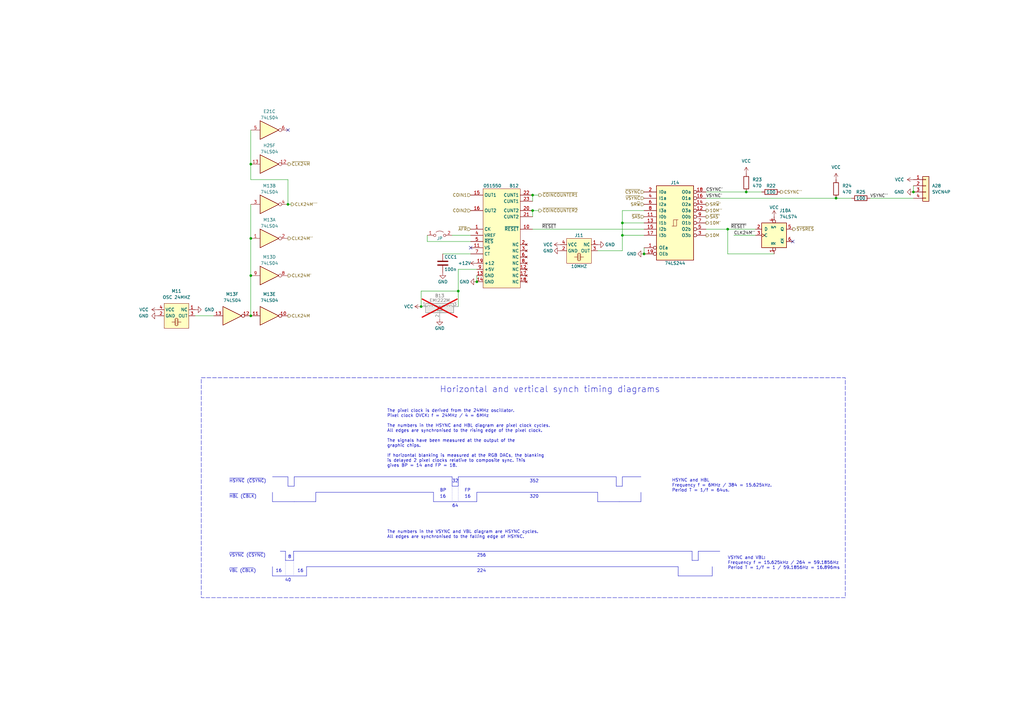
<source format=kicad_sch>
(kicad_sch (version 20230121) (generator eeschema)
  (paper "A3")
  (title_block (title "Gradius 3") (date "2024-04-11") (company "Konami GX945") (comment 1 "Ulf Skutnabba, twitter: @skutis77"))
  (lib_symbols
    (symbol "Connector_Generic:Conn_01x04" (pin_names (offset 1.016) hide)
      (property "Reference" "J" (at 0 5.08 0))
      (property "Value" "Conn_01x04" (at 0 -7.62 0))
      (symbol "Conn_01x04_1_1"
        (rectangle (start -1.27 -4.953) (end 0 -5.207) (stroke (width 0.1524)))
        (rectangle (start -1.27 -2.413) (end 0 -2.667) (stroke (width 0.1524)))
        (rectangle (start -1.27 0.127) (end 0 -0.127) (stroke (width 0.1524)))
        (rectangle (start -1.27 2.667) (end 0 2.413) (stroke (width 0.1524)))
        (rectangle (start -1.27 3.81) (end 1.27 -6.35) (stroke (width 0.254)) (fill (type background)))
        (pin passive line (at -5.08 2.54 0) (length 3.81) (name "Pin_1") (number "1"))
        (pin passive line (at -5.08 0 0) (length 3.81) (name "Pin_2") (number "2"))
        (pin passive line (at -5.08 -2.54 0) (length 3.81) (name "Pin_3") (number "3"))
        (pin passive line (at -5.08 -5.08 0) (length 3.81) (name "Pin_4") (number "4"))
      )
    )
    (symbol "Device:C" (pin_numbers hide) (pin_names (offset 0.254))
      (property "Reference" "C" (at 0.635 2.54 0))
      (property "Value" "C" (at 0.635 -2.54 0))
      (symbol "C_0_1"
        (polyline (pts (xy -2.032 -0.762) (xy 2.032 -0.762)) (stroke (width 0.508)))
        (polyline (pts (xy -2.032 0.762) (xy 2.032 0.762)) (stroke (width 0.508)))
      )
      (symbol "C_1_1"
        (pin passive line (at 0 3.81 270) (length 2.794) (name "~") (number "1"))
        (pin passive line (at 0 -3.81 90) (length 2.794) (name "~") (number "2"))
      )
    )
    (symbol "Device:Filter_EMI_LCL" (pin_names (offset 0.254) hide)
      (property "Reference" "FL" (at 0 6.985 0))
      (property "Value" "Filter_EMI_LCL" (at 0 5.08 0))
      (symbol "Filter_EMI_LCL_0_1"
        (rectangle (start -5.715 3.81) (end 5.715 0) (stroke (width 0.254)) (fill (type background)))
        (arc (start -4.064 2.54) (mid -4.572 3.0458) (end -5.08 2.54))
        (arc (start -3.048 2.54) (mid -3.556 3.0458) (end -4.064 2.54))
        (arc (start -2.032 2.54) (mid -2.54 3.0458) (end -3.048 2.54))
        (rectangle (start -1.016 0.762) (end 1.016 1.016) (fill (type outline)))
        (arc (start -1.016 2.54) (mid -1.524 3.0458) (end -2.032 2.54))
        (polyline (pts (xy -1.016 2.54) (xy 1.016 2.54)))
        (polyline (pts (xy 0 0.762) (xy 0 0)))
        (polyline (pts (xy 0 2.54) (xy 0 1.778)))
        (circle (center 0 2.54) (radius 0.254) (fill (type outline)))
        (rectangle (start 1.016 1.524) (end -1.016 1.778) (fill (type outline)))
        (arc (start 2.032 2.54) (mid 1.524 3.0458) (end 1.016 2.54))
        (arc (start 3.048 2.54) (mid 2.54 3.0458) (end 2.032 2.54))
        (arc (start 4.064 2.54) (mid 3.556 3.0458) (end 3.048 2.54))
        (arc (start 5.08 2.54) (mid 4.572 3.0458) (end 4.064 2.54))
      )
      (symbol "Filter_EMI_LCL_1_1"
        (pin passive line (at -7.62 2.54 0) (length 2.54) (name "1") (number "1"))
        (pin passive line (at 0 -2.54 90) (length 2.54) (name "2") (number "2"))
        (pin passive line (at 7.62 2.54 180) (length 2.54) (name "3") (number "3"))
      )
    )
    (symbol "Device:R" (pin_numbers hide) (pin_names (offset 0))
      (property "Reference" "R" (at 2.032 0 90))
      (property "Value" "R" (at 0 0 90))
      (symbol "R_0_1"
        (rectangle (start -1.016 -2.54) (end 1.016 2.54) (stroke (width 0.254)))
      )
      (symbol "R_1_1"
        (pin passive line (at 0 3.81 270) (length 1.27) (name "~") (number "1"))
        (pin passive line (at 0 -3.81 90) (length 1.27) (name "~") (number "2"))
      )
    )
    (symbol "Jumper:Jumper_2_Open" (pin_names (offset 0) hide)
      (property "Reference" "JP" (at 0 2.794 0))
      (property "Value" "Jumper_2_Open" (at 0 -2.286 0))
      (symbol "Jumper_2_Open_0_0"
        (circle (center -2.032 0) (radius 0.508))
        (circle (center 2.032 0) (radius 0.508))
      )
      (symbol "Jumper_2_Open_0_1"
        (arc (start 1.524 1.27) (mid 0 1.778) (end -1.524 1.27))
      )
      (symbol "Jumper_2_Open_1_1"
        (pin passive line (at -5.08 0 0) (length 2.54) (name "A") (number "1"))
        (pin passive line (at 5.08 0 180) (length 2.54) (name "B") (number "2"))
      )
    )
    (symbol "arcade:OSC-DIP4"
      (property "Reference" "U" (at 0 8.89 0))
      (property "Value" "OSC-DIP4" (at 0 6.35 0))
      (symbol "OSC-DIP4_0_1"
        (rectangle (start -5.08 5.08) (end 5.08 -5.08) (fill (type background)))
        (polyline (pts (xy 0.635 -2.54) (xy 1.905 -2.54)))
        (polyline (pts (xy 0.635 -1.27) (xy 0.635 -3.81)))
        (polyline (pts (xy -1.905 -2.54) (xy -0.635 -2.54) (xy -0.635 -1.27) (xy -0.635 -2.54) (xy -0.635 -3.81)))
        (polyline (pts (xy -0.381 -1.016) (xy -0.381 -4.064) (xy 0.381 -4.064) (xy 0.381 -1.016) (xy -0.381 -1.016)))
      )
      (symbol "OSC-DIP4_1_1"
        (pin passive line (at 7.62 2.54 180) (length 2.54) (name "NC") (number "1"))
        (pin power_in line (at -7.62 0 0) (length 2.54) (name "GND") (number "2"))
        (pin output line (at 7.62 0 180) (length 2.54) (name "OUT") (number "3"))
        (pin power_in line (at -7.62 2.54 0) (length 2.54) (name "VCC") (number "4"))
      )
    )
    (symbol "jt74:74LS04" (pin_names (offset 1.016))
      (property "Reference" "U" (at 0 1.27 0))
      (property "Value" "74LS04" (at 0 -1.27 0))
      (symbol "74LS04_1_0"
        (polyline (pts (xy -3.81 3.81) (xy -3.81 -3.81) (xy 3.81 0) (xy -3.81 3.81)) (stroke (width 0.254)) (fill (type background)))
        (pin input line (at -7.62 0 0) (length 3.81) (name "~") (number "1"))
        (pin output inverted (at 7.62 0 180) (length 3.81) (name "~") (number "2"))
      )
      (symbol "74LS04_2_0"
        (polyline (pts (xy -3.81 3.81) (xy -3.81 -3.81) (xy 3.81 0) (xy -3.81 3.81)) (stroke (width 0.254)) (fill (type background)))
        (pin input line (at -7.62 0 0) (length 3.81) (name "~") (number "3"))
        (pin output inverted (at 7.62 0 180) (length 3.81) (name "~") (number "4"))
      )
      (symbol "74LS04_3_0"
        (polyline (pts (xy -3.81 3.81) (xy -3.81 -3.81) (xy 3.81 0) (xy -3.81 3.81)) (stroke (width 0.254)) (fill (type background)))
        (pin input line (at -7.62 0 0) (length 3.81) (name "~") (number "5"))
        (pin output inverted (at 7.62 0 180) (length 3.81) (name "~") (number "6"))
      )
      (symbol "74LS04_4_0"
        (polyline (pts (xy -3.81 3.81) (xy -3.81 -3.81) (xy 3.81 0) (xy -3.81 3.81)) (stroke (width 0.254)) (fill (type background)))
        (pin output inverted (at 7.62 0 180) (length 3.81) (name "~") (number "8"))
        (pin input line (at -7.62 0 0) (length 3.81) (name "~") (number "9"))
      )
      (symbol "74LS04_5_0"
        (polyline (pts (xy -3.81 3.81) (xy -3.81 -3.81) (xy 3.81 0) (xy -3.81 3.81)) (stroke (width 0.254)) (fill (type background)))
        (pin output inverted (at 7.62 0 180) (length 3.81) (name "~") (number "10"))
        (pin input line (at -7.62 0 0) (length 3.81) (name "~") (number "11"))
      )
      (symbol "74LS04_6_0"
        (polyline (pts (xy -3.81 3.81) (xy -3.81 -3.81) (xy 3.81 0) (xy -3.81 3.81)) (stroke (width 0.254)) (fill (type background)))
        (pin output inverted (at 7.62 0 180) (length 3.81) (name "~") (number "12"))
        (pin input line (at -7.62 0 0) (length 3.81) (name "~") (number "13"))
      )
      (symbol "74LS04_7_0"
        (pin power_in line (at 0 7.62 270) (length 5.08) hide (name "VCC") (number "14"))
        (pin power_in line (at 0 -7.62 90) (length 5.08) hide (name "VSS") (number "7"))
      )
      (symbol "74LS04_7_1"
        (rectangle (start -5.08 7.62) (end 5.08 -7.62) (stroke (width 0.254)) (fill (type background)))
      )
    )
    (symbol "jt74:74LS244" (pin_names (offset 1.016))
      (property "Reference" "U" (at -7.62 16.51 0))
      (property "Value" "74LS244" (at -7.62 -16.51 0))
      (symbol "74LS244_1_0"
        (polyline (pts (xy -0.635 -1.27) (xy -0.635 1.27) (xy 0.635 1.27)))
        (polyline (pts (xy -1.27 -1.27) (xy 0.635 -1.27) (xy 0.635 1.27) (xy 1.27 1.27)))
        (pin input inverted (at -12.7 -10.16 0) (length 5.08) (name "OEa") (number "1"))
        (pin power_in line (at 0 -15.24 90) (length 5.08) hide (name "VSS") (number "10"))
        (pin input line (at -12.7 2.54 0) (length 5.08) (name "I0b") (number "11"))
        (pin tri_state inverted (at 12.7 5.08 180) (length 5.08) (name "O3a") (number "12"))
        (pin input line (at -12.7 0 0) (length 5.08) (name "I1b") (number "13"))
        (pin tri_state inverted (at 12.7 7.62 180) (length 5.08) (name "O2a") (number "14"))
        (pin input line (at -12.7 -2.54 0) (length 5.08) (name "I2b") (number "15"))
        (pin tri_state inverted (at 12.7 10.16 180) (length 5.08) (name "O1a") (number "16"))
        (pin input line (at -12.7 -5.08 0) (length 5.08) (name "I3b") (number "17"))
        (pin tri_state inverted (at 12.7 12.7 180) (length 5.08) (name "O0a") (number "18"))
        (pin input inverted (at -12.7 -12.7 0) (length 5.08) (name "OEb") (number "19"))
        (pin input line (at -12.7 12.7 0) (length 5.08) (name "I0a") (number "2"))
        (pin power_in line (at 0 15.24 270) (length 5.08) hide (name "VCC") (number "20"))
        (pin tri_state inverted (at 12.7 -5.08 180) (length 5.08) (name "O3b") (number "3"))
        (pin input line (at -12.7 10.16 0) (length 5.08) (name "I1a") (number "4"))
        (pin tri_state inverted (at 12.7 -2.54 180) (length 5.08) (name "O2b") (number "5"))
        (pin input line (at -12.7 7.62 0) (length 5.08) (name "I2a") (number "6"))
        (pin tri_state inverted (at 12.7 0 180) (length 5.08) (name "O1b") (number "7"))
        (pin input line (at -12.7 5.08 0) (length 5.08) (name "I3a") (number "8"))
        (pin tri_state inverted (at 12.7 2.54 180) (length 5.08) (name "O0b") (number "9"))
      )
      (symbol "74LS244_1_1"
        (rectangle (start -7.62 15.24) (end 7.62 -15.24) (stroke (width 0.254)) (fill (type background)))
      )
    )
    (symbol "jt74:74LS74" (pin_names (offset 1.016))
      (property "Reference" "U" (at 3.81 5.08 0))
      (property "Value" "74LS74" (at 0 0 0))
      (symbol "74LS74_1_0"
        (pin input inverted (at 0 -7.62 90) (length 2.54) (name "~{R}") (number "1"))
        (pin input line (at -7.62 2.54 0) (length 2.54) (name "D") (number "2"))
        (pin input clock (at -7.62 0 0) (length 2.54) (name "C") (number "3"))
        (pin input inverted (at 0 7.62 270) (length 2.54) (name "~{S}") (number "4"))
        (pin output line (at 7.62 2.54 180) (length 2.54) (name "Q") (number "5"))
        (pin output line (at 7.62 -2.54 180) (length 2.54) (name "~{Q}") (number "6"))
      )
      (symbol "74LS74_1_1"
        (rectangle (start -5.08 5.08) (end 5.08 -5.08) (stroke (width 0.254)) (fill (type background)))
      )
      (symbol "74LS74_2_0"
        (pin input clock (at -7.62 0 0) (length 2.54) (name "C") (number "11"))
        (pin input line (at -7.62 2.54 0) (length 2.54) (name "D") (number "12"))
        (pin input line (at 0 -7.62 90) (length 2.54) (name "~{R}") (number "13"))
        (pin output inverted (at 7.62 -2.54 180) (length 2.54) (name "~{Q}") (number "8"))
        (pin output line (at 7.62 2.54 180) (length 2.54) (name "Q") (number "9"))
      )
      (symbol "74LS74_2_1"
        (rectangle (start -5.08 5.08) (end 5.08 -5.08) (stroke (width 0.254)) (fill (type background)))
        (pin input line (at 0 7.62 270) (length 2.54) (name "~{S}") (number "10"))
      )
      (symbol "74LS74_3_0"
        (pin power_in line (at 0 7.62 270) (length 2.54) hide (name "VCC") (number "14"))
        (pin power_in line (at 0 -7.62 90) (length 2.54) hide (name "VSS") (number "7"))
      )
      (symbol "74LS74_3_1"
        (rectangle (start -5.08 7.62) (end 5.08 -7.62) (stroke (width 0.254)) (fill (type background)))
      )
    )
    (symbol "konami:051550_ALT"
      (property "Reference" "U" (at 5.08 21.59 0))
      (property "Value" "051550" (at -3.81 21.59 0))
      (symbol "051550_ALT_0_1"
        (rectangle (start -7.62 20.32) (end 7.62 -20.32) (fill (type background)))
      )
      (symbol "051550_ALT_1_1"
        (pin input line (at -12.7 3.81 0) (length 5.08) (name "CK") (number "1"))
        (pin output line (at 12.7 3.81 180) (length 5.08) (name "~{RESET}") (number "10"))
        (pin input line (at -12.7 -3.81 0) (length 5.08) (name "VS") (number "11"))
        (pin no_connect line (at 10.16 -12.7 180) (length 2.54) (name "NC") (number "12"))
        (pin power_in line (at -10.16 -15.24 0) (length 2.54) (name "GND") (number "13"))
        (pin power_in line (at -10.16 -17.78 0) (length 2.54) (name "GND") (number "14"))
        (pin input line (at -12.7 17.78 0) (length 5.08) (name "OUT1") (number "15"))
        (pin input line (at -12.7 11.43 0) (length 5.08) (name "OUT2") (number "16"))
        (pin no_connect line (at 10.16 -15.24 180) (length 2.54) (name "NC") (number "17"))
        (pin no_connect line (at 10.16 -17.78 180) (length 2.54) (name "NC") (number "18"))
        (pin power_in line (at -10.16 -10.16 0) (length 2.54) (name "+12") (number "19"))
        (pin no_connect line (at 10.16 -2.54 180) (length 2.54) (name "NC") (number "2"))
        (pin open_collector line (at 12.7 11.43 180) (length 5.08) (name "CUNT2") (number "20"))
        (pin open_collector line (at 12.7 8.89 180) (length 5.08) (name "CUNT2") (number "21"))
        (pin open_collector line (at 12.7 17.78 180) (length 5.08) (name "CUNT1") (number "22"))
        (pin open_collector line (at 12.7 15.24 180) (length 5.08) (name "CUNT1") (number "23"))
        (pin no_connect line (at 10.16 -5.08 180) (length 2.54) (name "NC") (number "3"))
        (pin input line (at -12.7 1.27 0) (length 5.08) (name "VREF") (number "4"))
        (pin input line (at -12.7 -1.27 0) (length 5.08) (name "~{RES}") (number "5"))
        (pin no_connect line (at 10.16 -7.62 180) (length 2.54) (name "NC") (number "6"))
        (pin input line (at -12.7 -6.35 0) (length 5.08) (name "CT") (number "7"))
        (pin no_connect line (at 10.16 -10.16 180) (length 2.54) (name "NC") (number "8"))
        (pin power_in line (at -10.16 -12.7 0) (length 2.54) (name "+5V") (number "9"))
      )
    )
    (symbol "power:+12V" (power) (pin_names (offset 0))
      (property "Value" "+12V" (at 0 3.556 0))
      (symbol "+12V_0_1"
        (polyline (pts (xy -0.762 1.27) (xy 0 2.54)))
        (polyline (pts (xy 0 0) (xy 0 2.54)))
        (polyline (pts (xy 0 2.54) (xy 0.762 1.27)))
      )
      (symbol "+12V_1_1"
        (pin power_in line (at 0 0 90) (length 0) hide (name "+12V") (number "1"))
      )
    )
    (symbol "power:GND" (power) (pin_names (offset 0))
      (property "Value" "GND" (at 0 -3.81 0))
      (symbol "GND_0_1"
        (polyline (pts (xy 0 0) (xy 0 -1.27) (xy 1.27 -1.27) (xy 0 -2.54) (xy -1.27 -1.27) (xy 0 -1.27)))
      )
      (symbol "GND_1_1"
        (pin power_in line (at 0 0 270) (length 0) hide (name "GND") (number "1"))
      )
    )
    (symbol "power:VCC" (power) (pin_names (offset 0))
      (property "Value" "VCC" (at 0 3.81 0))
      (symbol "VCC_0_1"
        (polyline (pts (xy -0.762 1.27) (xy 0 2.54)))
        (polyline (pts (xy 0 0) (xy 0 2.54)))
        (polyline (pts (xy 0 2.54) (xy 0.762 1.27)))
      )
      (symbol "VCC_1_1"
        (pin power_in line (at 0 0 90) (length 0) hide (name "VCC") (number "1"))
      )
    )
  )
  (junction (at 374.65 78.74))
  (junction (at 264.16 104.14))
  (junction (at 298.45 93.98))
  (junction (at 342.9 81.28))
  (junction (at 102.87 113.03))
  (junction (at 218.44 86.36))
  (junction (at 218.44 80.01))
  (junction (at 118.11 83.82))
  (junction (at 102.87 97.79))
  (junction (at 102.87 129.54))
  (junction (at 172.72 125.73))
  (junction (at 306.07 78.74))
  (junction (at 255.27 91.44))
  (junction (at 255.27 96.52))
  (junction (at 102.87 67.31))
  (junction (at 195.58 115.57))
  (junction (at 187.96 119.38))
  (no_connect (at 325.12 99.06))
  (no_connect (at 193.04 101.6))
  (no_connect (at 118.11 53.34))
  (polyline (pts (xy 125.73 236.22) (xy 125.73 232.41)))
  (polyline (pts (xy 111.76 195.58) (xy 118.11 195.58)))
  (polyline (pts (xy 120.65 199.39) (xy 120.65 195.58)))
  (wire (pts (xy 118.11 73.66) (xy 102.87 73.66)))
  (wire (pts (xy 264.16 91.44) (xy 255.27 91.44)))
  (wire (pts (xy 185.42 96.52) (xy 193.04 96.52)))
  (wire (pts (xy 255.27 86.36) (xy 255.27 91.44)))
  (wire (pts (xy 102.87 83.82) (xy 102.87 97.79)))
  (polyline (pts (xy 245.11 205.74) (xy 245.11 201.93)))
  (polyline (pts (xy 111.76 236.22) (xy 125.73 236.22)))
  (wire (pts (xy 298.45 93.98) (xy 289.56 93.98)))
  (polyline (pts (xy 252.73 199.39) (xy 255.27 199.39)))
  (wire (pts (xy 102.87 113.03) (xy 102.87 129.54)))
  (wire (pts (xy 172.72 119.38) (xy 187.96 119.38)))
  (wire (pts (xy 181.61 104.14) (xy 193.04 104.14)))
  (wire (pts (xy 317.5 104.14) (xy 298.45 104.14)))
  (polyline (pts (xy 177.8 205.74) (xy 186.69 205.74)))
  (polyline (pts (xy 187.96 195.58) (xy 252.73 195.58)))
  (wire (pts (xy 187.96 110.49) (xy 195.58 110.49)))
  (wire (pts (xy 102.87 53.34) (xy 102.87 67.31)))
  (wire (pts (xy 255.27 96.52) (xy 264.16 96.52)))
  (polyline (pts (xy 111.76 236.22) (xy 111.76 232.41)))
  (wire (pts (xy 218.44 86.36) (xy 218.44 88.9)))
  (wire (pts (xy 187.96 119.38) (xy 187.96 125.73)))
  (polyline (pts (xy 278.13 236.22) (xy 292.1 236.22)))
  (wire (pts (xy 102.87 97.79) (xy 102.87 113.03)))
  (polyline (pts (xy 283.845 229.87) (xy 286.385 229.87)))
  (wire (pts (xy 218.44 93.98) (xy 264.16 93.98)))
  (polyline (pts (xy 125.73 232.41) (xy 278.13 232.41)))
  (wire (pts (xy 374.65 76.2) (xy 374.65 78.74)))
  (polyline (pts (xy 120.396 229.87) (xy 120.396 236.22)) (stroke (width 0) (type dot)))
  (wire (pts (xy 218.44 86.36) (xy 220.98 86.36)))
  (wire (pts (xy 218.44 80.01) (xy 220.98 80.01)))
  (polyline (pts (xy 186.69 205.74) (xy 195.58 205.74)))
  (wire (pts (xy 356.87 81.28) (xy 374.65 81.28)))
  (polyline (pts (xy 120.396 229.87) (xy 120.396 226.06)))
  (polyline (pts (xy 185.42 199.39) (xy 185.42 195.58)))
  (polyline (pts (xy 283.845 229.87) (xy 283.845 226.06)))
  (polyline (pts (xy 286.385 226.06) (xy 295.275 226.06)))
  (polyline (pts (xy 195.58 201.93) (xy 245.11 201.93)))
  (polyline (pts (xy 292.1 236.22) (xy 292.1 232.41)))
  (wire (pts (xy 306.07 78.74) (xy 312.42 78.74)))
  (wire (pts (xy 195.58 113.03) (xy 195.58 115.57)))
  (wire (pts (xy 298.45 104.14) (xy 298.45 93.98)))
  (polyline (pts (xy 129.54 205.74) (xy 129.54 201.93)))
  (polyline (pts (xy 185.42 199.39) (xy 187.96 199.39)))
  (wire (pts (xy 175.26 99.06) (xy 175.26 96.52)))
  (wire (pts (xy 119.38 83.82) (xy 118.11 83.82)))
  (polyline (pts (xy 117.094 229.87) (xy 120.396 229.87)))
  (wire (pts (xy 264.16 86.36) (xy 255.27 86.36)))
  (polyline (pts (xy 111.76 205.74) (xy 120.65 205.74)))
  (wire (pts (xy 118.11 83.82) (xy 118.11 73.66)))
  (polyline (pts (xy 117.094 229.87) (xy 117.094 236.22)) (stroke (width 0) (type dot)))
  (polyline (pts (xy 185.42 199.39) (xy 185.42 205.74)) (stroke (width 0) (type dot)))
  (wire (pts (xy 300.99 96.52) (xy 309.88 96.52)))
  (polyline (pts (xy 118.11 199.39) (xy 118.11 195.58)))
  (polyline (pts (xy 278.13 236.22) (xy 278.13 232.41)))
  (polyline (pts (xy 120.65 205.74) (xy 129.54 205.74)))
  (wire (pts (xy 255.27 91.44) (xy 255.27 96.52)))
  (wire (pts (xy 264.16 101.6) (xy 264.16 104.14)))
  (polyline (pts (xy 120.396 226.06) (xy 283.845 226.06)))
  (polyline (pts (xy 195.58 205.74) (xy 195.58 201.93)))
  (wire (pts (xy 342.9 81.28) (xy 349.25 81.28)))
  (wire (pts (xy 289.56 78.74) (xy 306.07 78.74)))
  (wire (pts (xy 102.87 73.66) (xy 102.87 67.31)))
  (wire (pts (xy 245.11 102.87) (xy 255.27 102.87)))
  (polyline (pts (xy 187.96 199.39) (xy 187.96 205.74)) (stroke (width 0) (type dot)))
  (wire (pts (xy 298.45 93.98) (xy 309.88 93.98)))
  (polyline (pts (xy 286.385 229.87) (xy 286.385 226.06)))
  (wire (pts (xy 193.04 99.06) (xy 175.26 99.06)))
  (polyline (pts (xy 255.27 195.58) (xy 262.89 195.58)))
  (wire (pts (xy 289.56 81.28) (xy 342.9 81.28)))
  (polyline (pts (xy 254 205.74) (xy 262.89 205.74)))
  (polyline (pts (xy 120.65 195.58) (xy 185.42 195.58)))
  (wire (pts (xy 218.44 80.01) (xy 218.44 82.55)))
  (polyline (pts (xy 117.094 229.87) (xy 117.094 226.06)))
  (polyline (pts (xy 114.935 226.06) (xy 117.094 226.06)))
  (wire (pts (xy 172.72 125.73) (xy 172.72 119.38)))
  (polyline (pts (xy 111.76 205.74) (xy 111.76 201.93)))
  (polyline (pts (xy 255.27 199.39) (xy 255.27 195.58)))
  (wire (pts (xy 80.01 129.54) (xy 87.63 129.54)))
  (polyline (pts (xy 187.96 199.39) (xy 187.96 195.58)))
  (polyline (pts (xy 252.73 199.39) (xy 252.73 195.58)))
  (wire (pts (xy 187.96 110.49) (xy 187.96 119.38)))
  (polyline (pts (xy 118.11 199.39) (xy 120.65 199.39)))
  (polyline (pts (xy 245.11 205.74) (xy 254 205.74)))
  (polyline (pts (xy 129.54 201.93) (xy 177.8 201.93)))
  (polyline (pts (xy 177.8 205.74) (xy 177.8 201.93)))
  (polyline (pts (xy 262.89 205.74) (xy 262.89 201.93)))
  (wire (pts (xy 255.27 102.87) (xy 255.27 96.52)))
  (rectangle (start 82.55 154.94) (end 346.71 245.11) (stroke (width 0) (type dash)))
  (text "FP" (at 190.5 201.93 0) (effects (font (size 1.27 1.27)) (justify left bottom)))
  (text "16" (at 113.03 234.95 0) (effects (font (size 1.27 1.27)) (justify left bottom)))
  (text "256" (at 195.58 228.6 0) (effects (font (size 1.27 1.27)) (justify left bottom)))
  (text "16" (at 180.34 204.47 0) (effects (font (size 1.27 1.27)) (justify left bottom)))
  (text "~{VSYNC} (~{CSYNC})" (at 93.98 228.6 0) (effects (font (size 1.27 1.27)) (justify left bottom)))
  (text "352" (at 217.17 198.12 0) (effects (font (size 1.27 1.27)) (justify left bottom)))
  (text "8" (at 118.11 229.235 0) (effects (font (size 1.27 1.27)) (justify left bottom)))
  (text "~{VBL} (~{CBLK})" (at 93.98 234.95 0) (effects (font (size 1.27 1.27)) (justify left bottom)))
  (text "The numbers in the VSYNC and VBL diagram are HSYNC cycles.\nAll edges are synchronised to the falling edge of HSYNC." (at 158.75 220.98 0) (effects (font (size 1.27 1.27)) (justify left bottom)))
  (text "~{HBL} (~{CBLK})" (at 93.98 204.47 0) (effects (font (size 1.27 1.27)) (justify left bottom)))
  (text "224" (at 195.58 234.95 0) (effects (font (size 1.27 1.27)) (justify left bottom)))
  (text "HSYNC and HBL\nFrequency f = 6MHz / 384 = 15.625kHz.\nPeriod T = 1/f = 64us." (at 275.59 201.93 0) (effects (font (size 1.27 1.27)) (justify left bottom)))
  (text "64" (at 185.42 208.28 0) (effects (font (size 1.27 1.27)) (justify left bottom)))
  (text "16" (at 121.92 234.95 0) (effects (font (size 1.27 1.27)) (justify left bottom)))
  (text "VSYNC and VBL:\nFrequency f = 15.625kHz / 264 = 59.1856Hz\nPeriod T = 1/f = 1 / 59.1856Hz = 16.896ms" (at 298.45 233.68 0) (effects (font (size 1.27 1.27)) (justify left bottom)))
  (text "320" (at 217.17 204.47 0) (effects (font (size 1.27 1.27)) (justify left bottom)))
  (text "The pixel clock is derived from the 24MHz oscillator.\nPixel clock OVCK: f = 24MHz / 4 = 6MHz\n\nThe numbers in the HSYNC and HBL diagram are pixel clock cycles.\nAll edges are synchronised to the rising edge of the pixel clock.\n\nThe signals have been measured at the output of the \ngraphic chips.\n\nIf horizontal blanking is measured at the RGB DACs, the blanking\nis delayed 2 pixel clocks relative to composite sync. This\ngives BP = 14 and FP = 18." (at 158.75 191.77 0) (effects (font (size 1.27 1.27)) (justify left bottom)))
  (text "~{HSYNC} (~{CSYNC})" (at 93.98 198.12 0) (effects (font (size 1.27 1.27)) (justify left bottom)))
  (text "BP" (at 180.34 201.93 0) (effects (font (size 1.27 1.27)) (justify left bottom)))
  (text "40" (at 116.84 238.76 0) (effects (font (size 1.27 1.27)) (justify left bottom)))
  (text "16" (at 190.5 204.47 0) (effects (font (size 1.27 1.27)) (justify left bottom)))
  (text "32" (at 185.42 198.12 0) (effects (font (size 1.27 1.27)) (justify left bottom)))
  (text "Horizontal and vertical synch timing diagrams" (at 180.34 161.29 0) (effects (font (size 2.54 2.54)) (justify left bottom)))
  (label "VSYNC'" (at 289.56 81.28 0))
  (label "CLK24M''" (at 300.99 96.52 0))
  (label "~{RESET'}" (at 299.72 93.98 0))
  (label "VSYNC''" (at 356.87 81.28 0))
  (label "~{RESET}" (at 222.25 93.98 0))
  (label "CSYNC'" (at 289.56 78.74 0))
  (hierarchical_label "SR~{W}" (shape input) (at 264.16 83.82 180))
  (hierarchical_label "~{CSYNC}" (shape input) (at 264.16 78.74 180))
  (hierarchical_label "~{SAS'}" (shape output) (at 289.56 88.9 0))
  (hierarchical_label "~{VSYNC}" (shape input) (at 264.16 81.28 180))
  (hierarchical_label "CLK24M" (shape output) (at 118.11 129.54 0))
  (hierarchical_label "SR~{W}'" (shape output) (at 289.56 83.82 0))
  (hierarchical_label "CSYNC''" (shape output) (at 320.04 78.74 0))
  (hierarchical_label "~{SYSRES}" (shape output) (at 325.12 93.98 0))
  (hierarchical_label "10M'" (shape output) (at 289.56 91.44 0))
  (hierarchical_label "~{SAS}" (shape input) (at 264.16 88.9 180))
  (hierarchical_label "~{COINCOUNTER2}" (shape output) (at 220.98 86.36 0))
  (hierarchical_label "CLK24M'" (shape output) (at 118.11 113.03 0))
  (hierarchical_label "~{AFR}" (shape input) (at 193.04 93.98 180))
  (hierarchical_label "~{CLK24M}" (shape output) (at 118.11 67.31 0))
  (hierarchical_label "COIN1" (shape input) (at 193.04 80.01 180))
  (hierarchical_label "CLK24M'''" (shape output) (at 119.38 83.82 0))
  (hierarchical_label "10M" (shape output) (at 289.56 96.52 0))
  (hierarchical_label "~{COINCOUNTER1}" (shape output) (at 220.98 80.01 0))
  (hierarchical_label "COIN2" (shape input) (at 193.04 86.36 180))
  (hierarchical_label "10M''" (shape output) (at 289.56 86.36 0))
  (hierarchical_label "CLK24M''" (shape output) (at 118.11 97.79 0))
  (symbol (lib_id "jt74:74LS04") (at 110.49 129.54 0) (unit 5)
    (property "Reference" "M13" (at 110.49 120.65 0))
    (property "Value" "74LS04" (at 110.49 123.19 0))
    (property "Datasheet" "http://www.ti.com/lit/gpn/sn74LS04" (effects hide))
  )
  (symbol (lib_id "power:GND") (at 245.11 100.33 90) (unit 1)
    (property "Reference" "#PWR085" (effects hide))
    (property "Value" "GND" (at 250.19 100.33 90))
  )
  (symbol (lib_id "power:VCC") (at 229.87 100.33 90) (unit 1)
    (property "Reference" "#PWR083" (effects hide))
    (property "Value" "VCC" (at 224.79 100.33 90))
  )
  (symbol (lib_id "power:VCC") (at 374.65 73.66 90) (unit 1)
    (property "Reference" "#PWR0238" (effects hide))
    (property "Value" "VCC" (at 370.84 73.66 90) (effects (justify left)))
  )
  (symbol (lib_id "power:GND") (at 374.65 78.74 270) (unit 1)
    (property "Reference" "#PWR0239" (effects hide))
    (property "Value" "GND" (at 370.84 78.74 90) (effects (justify right)))
  )
  (symbol (lib_id "power:GND") (at 195.58 115.57 270) (unit 1)
    (property "Reference" "#PWR082" (effects hide))
    (property "Value" "GND" (at 190.5 115.57 90))
  )
  (symbol (lib_id "power:GND") (at 264.16 104.14 270) (unit 1)
    (property "Reference" "#PWR086" (effects hide))
    (property "Value" "GND" (at 259.08 104.14 90))
  )
  (symbol (lib_id "Device:R") (at 342.9 77.47 0) (unit 1)
    (property "Reference" "R24" (at 345.44 76.2 0) (effects (justify left)))
    (property "Value" "470" (at 345.44 78.74 0) (effects (justify left)))
  )
  (symbol (lib_id "jt74:74LS244") (at 276.86 91.44 0) (unit 1)
    (property "Reference" "J14" (at 276.86 74.93 0))
    (property "Value" "74LS244" (at 276.86 107.95 0))
    (property "Datasheet" "http://www.ti.com/lit/gpn/sn74LS244" (effects hide))
  )
  (symbol (lib_id "power:VCC") (at 317.5 88.9 0) (unit 1)
    (property "Reference" "#PWR087" (effects hide))
    (property "Value" "VCC" (at 317.5 85.09 0))
  )
  (symbol (lib_id "jt74:74LS04") (at 110.49 113.03 0) (unit 4)
    (property "Reference" "M13" (at 110.49 105.41 0))
    (property "Value" "74LS04" (at 110.49 107.95 0))
    (property "Datasheet" "http://www.ti.com/lit/gpn/sn74LS04" (effects hide))
  )
  (symbol (lib_id "Device:R") (at 316.23 78.74 90) (unit 1)
    (property "Reference" "R22" (at 316.23 76.2 90))
    (property "Value" "100" (at 316.23 78.74 90))
  )
  (symbol (lib_id "jt74:74LS04") (at 110.49 83.82 0) (unit 2)
    (property "Reference" "M13" (at 110.49 76.2 0))
    (property "Value" "74LS04" (at 110.49 78.74 0))
    (property "Datasheet" "http://www.ti.com/lit/gpn/sn74LS04" (effects hide))
  )
  (symbol (lib_id "power:GND") (at 180.34 130.81 0) (unit 1)
    (property "Reference" "#PWR079" (effects hide))
    (property "Value" "GND" (at 180.34 134.62 0))
  )
  (symbol (lib_id "power:VCC") (at 64.77 127 90) (unit 1)
    (property "Reference" "#PWR04" (effects hide))
    (property "Value" "VCC" (at 60.96 127 90) (effects (justify left)))
  )
  (symbol (lib_id "power:+12V") (at 195.58 107.95 90) (mirror x) (unit 1)
    (property "Reference" "#PWR081" (effects hide))
    (property "Value" "+12V" (at 190.5 107.95 90))
  )
  (symbol (lib_id "power:VCC") (at 172.72 125.73 90) (unit 1)
    (property "Reference" "#PWR078" (effects hide))
    (property "Value" "VCC" (at 167.64 125.73 90))
  )
  (symbol (lib_id "power:GND") (at 64.77 129.54 270) (unit 1)
    (property "Reference" "#PWR05" (effects hide))
    (property "Value" "GND" (at 60.96 129.54 90) (effects (justify right)))
  )
  (symbol (lib_id "arcade:OSC-DIP4") (at 237.49 102.87 0) (unit 1)
    (property "Reference" "J11" (at 237.49 96.52 0))
    (property "Value" "10MHZ" (at 237.49 109.22 0))
  )
  (symbol (lib_id "konami:051550_ALT") (at 205.74 97.79 0) (unit 1)
    (property "Reference" "B12" (at 210.82 76.2 0))
    (property "Value" "051550" (at 201.93 76.2 0))
  )
  (symbol (lib_id "power:VCC") (at 306.07 71.12 0) (unit 1)
    (property "Reference" "#PWR0236" (effects hide))
    (property "Value" "VCC" (at 306.07 66.04 0))
  )
  (symbol (lib_id "jt74:74LS04") (at 95.25 129.54 0) (unit 6)
    (property "Reference" "M13" (at 95.25 120.65 0))
    (property "Value" "74LS04" (at 95.25 123.19 0))
    (property "Datasheet" "http://www.ti.com/lit/gpn/sn74LS04" (effects hide))
  )
  (symbol (lib_id "Device:Filter_EMI_LCL") (at 180.34 128.27 0) (unit 1) (dnp yes)
    (property "Reference" "B13" (at 180.34 121.285 0))
    (property "Value" "EMI222M" (at 180.34 123.19 0))
    (property "Datasheet" "http://www.murata.com/~/media/webrenewal/support/library/catalog/products/emc/emifil/c31e.ashx?la=en-gb" (effects hide))
  )
  (symbol (lib_id "Device:R") (at 353.06 81.28 90) (unit 1)
    (property "Reference" "R25" (at 353.06 78.74 90))
    (property "Value" "100" (at 353.06 81.28 90))
  )
  (symbol (lib_id "Device:C") (at 181.61 107.95 0) (unit 1)
    (property "Reference" "CCC1" (at 182.245 105.41 0) (effects (justify left)))
    (property "Value" "100n" (at 182.245 110.49 0) (effects (justify left)))
  )
  (symbol (lib_id "jt74:74LS74") (at 317.5 96.52 0) (unit 1)
    (property "Reference" "J18" (at 319.6941 86.36 0) (effects (justify left)))
    (property "Value" "74LS74" (at 319.6941 88.9 0) (effects (justify left)))
    (property "Datasheet" "74xx/74hc_hct74.pdf" (effects hide))
  )
  (symbol (lib_id "jt74:74LS04") (at 110.49 67.31 0) (unit 6)
    (property "Reference" "H25" (at 110.49 59.69 0))
    (property "Value" "74LS04" (at 110.49 62.23 0))
    (property "Datasheet" "http://www.ti.com/lit/gpn/sn74LS04" (effects hide))
  )
  (symbol (lib_id "arcade:OSC-DIP4") (at 72.39 129.54 0) (unit 1)
    (property "Reference" "M11" (at 72.39 119.38 0))
    (property "Value" "OSC 24MHZ" (at 72.39 121.92 0))
  )
  (symbol (lib_id "power:GND") (at 229.87 102.87 270) (unit 1)
    (property "Reference" "#PWR084" (effects hide))
    (property "Value" "GND" (at 224.79 102.87 90))
  )
  (symbol (lib_id "jt74:74LS04") (at 110.49 53.34 0) (unit 3)
    (property "Reference" "E21" (at 110.49 45.72 0))
    (property "Value" "74LS04" (at 110.49 48.26 0))
    (property "Datasheet" "http://www.ti.com/lit/gpn/sn74LS04" (effects hide))
  )
  (symbol (lib_id "power:VCC") (at 342.9 73.66 0) (unit 1)
    (property "Reference" "#PWR0237" (effects hide))
    (property "Value" "VCC" (at 342.9 68.58 0))
  )
  (symbol (lib_id "jt74:74LS04") (at 110.49 97.79 0) (unit 1)
    (property "Reference" "M13" (at 110.49 90.17 0))
    (property "Value" "74LS04" (at 110.49 92.71 0))
    (property "Datasheet" "http://www.ti.com/lit/gpn/sn74LS04" (effects hide))
  )
  (symbol (lib_id "power:GND") (at 80.01 127 90) (unit 1)
    (property "Reference" "#PWR012" (effects hide))
    (property "Value" "GND" (at 83.82 127 90) (effects (justify right)))
  )
  (symbol (lib_id "Device:R") (at 306.07 74.93 0) (unit 1)
    (property "Reference" "R23" (at 308.61 73.66 0) (effects (justify left)))
    (property "Value" "470" (at 308.61 76.2 0) (effects (justify left)))
  )
  (symbol (lib_id "Connector_Generic:Conn_01x04") (at 379.73 76.2 0) (unit 1)
    (property "Reference" "A28" (at 382.27 76.2 0) (effects (justify left)))
    (property "Value" "SVCN4P" (at 382.27 78.74 0) (effects (justify left)))
  )
  (symbol (lib_id "Jumper:Jumper_2_Open") (at 180.34 96.52 0) (unit 1)
    (property "Reference" "JP1" (effects hide))
    (property "Value" "JP" (at 180.34 97.79 0))
  )
  (symbol (lib_id "power:GND") (at 181.61 111.76 0) (unit 1)
    (property "Reference" "#PWR080" (effects hide))
    (property "Value" "GND" (at 181.61 115.57 0))
  )
)
</source>
